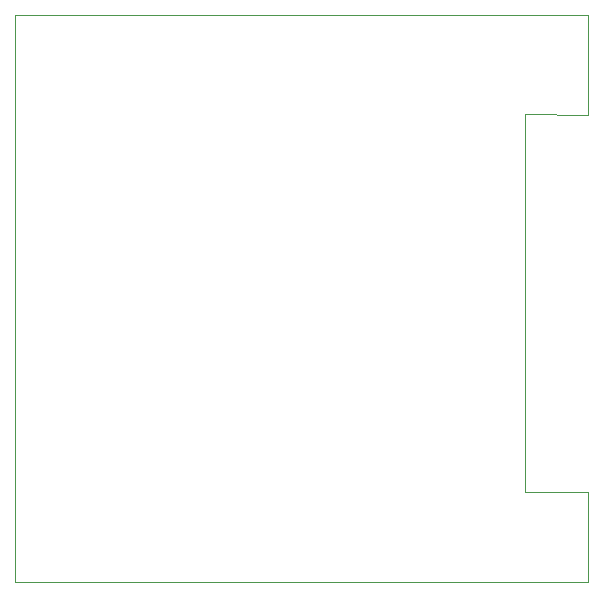
<source format=gm1>
G04 #@! TF.GenerationSoftware,KiCad,Pcbnew,8.0.4-8.0.4-0~ubuntu24.04.1*
G04 #@! TF.CreationDate,2024-07-23T19:16:06+03:00*
G04 #@! TF.ProjectId,stripe_board,73747269-7065-45f6-926f-6172642e6b69,rev?*
G04 #@! TF.SameCoordinates,Original*
G04 #@! TF.FileFunction,Profile,NP*
%FSLAX46Y46*%
G04 Gerber Fmt 4.6, Leading zero omitted, Abs format (unit mm)*
G04 Created by KiCad (PCBNEW 8.0.4-8.0.4-0~ubuntu24.04.1) date 2024-07-23 19:16:06*
%MOMM*%
%LPD*%
G01*
G04 APERTURE LIST*
G04 #@! TA.AperFunction,Profile*
%ADD10C,0.100000*%
G04 #@! TD*
G04 APERTURE END LIST*
D10*
X48502013Y-29418D02*
X48502013Y-8429418D01*
X43200000Y-8400000D01*
X43200000Y-40400000D01*
X48501271Y-40418429D01*
X48501271Y-48018429D01*
X0Y-48000000D01*
X0Y0D01*
X48502013Y-29418D01*
M02*

</source>
